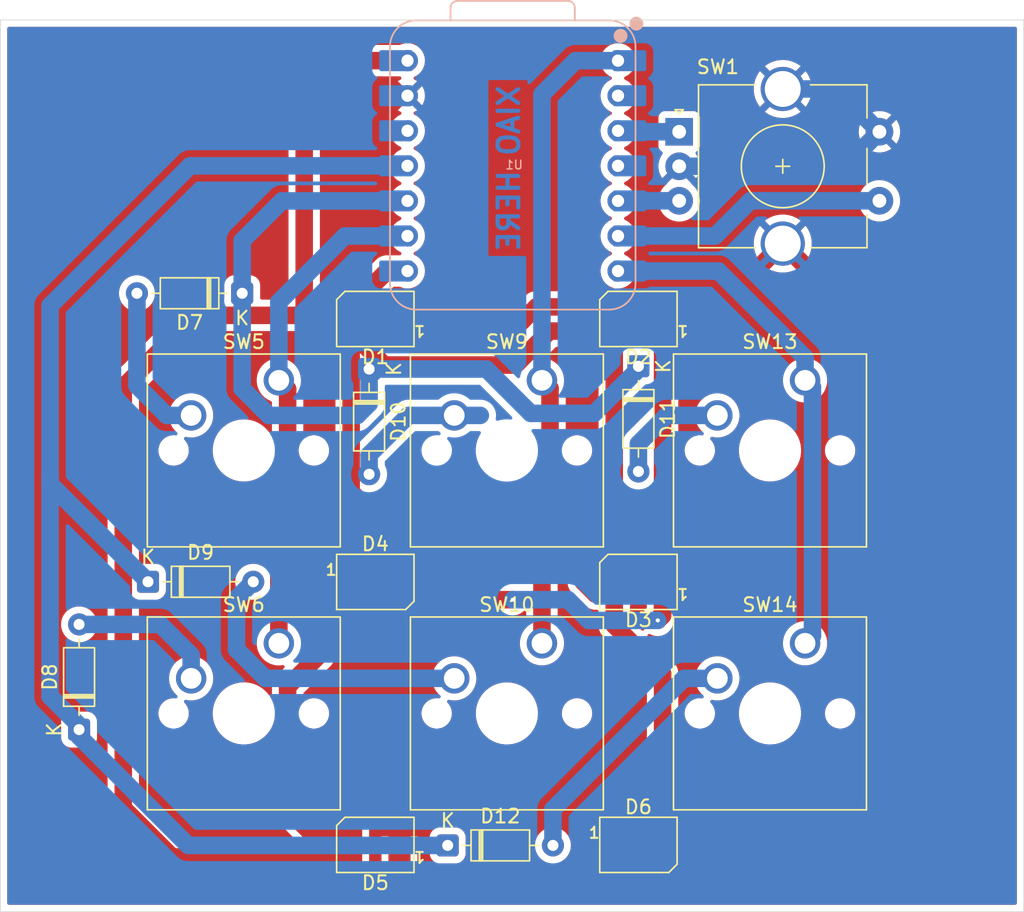
<source format=kicad_pcb>
(kicad_pcb (version 20241229) (generator "pcbnew") (generator_version "9.0")
  (layers (0 "F.Cu" signal) (2 "B.Cu" signal) (13 "F.Paste" user) (15 "B.Paste" user) (5 "F.SilkS" user "F.Silkscreen") (7 "B.SilkS" user "B.Silkscreen") (1 "F.Mask" user) (3 "B.Mask" user) (25 "Edge.Cuts" user))
  (net 0 "")
  (net 1 "+5V")
  (net 2 "GND")
  (net 3 "Net-(D1-DOUT)")
  (net 4 "Net-(D2-DOUT)")
  (net 5 "Net-(D3-DOUT)")
  (net 6 "Net-(D4-DOUT)")
  (net 7 "Net-(D5-DOUT)")
  (net 9 "Net-(U1-GPIO7{slash}SCL)")
  (net 10 "unconnected-(U1-GPIO29{slash}ADC3{slash}A3-Pad4)")
  (net 12 "A")
  (net 13 "B")
  (net 14 "LEDs")
  (net 16 "C3")
  (net 17 "F1")
  (net 18 "F2")
  (net 19 "C2")
  (net 20 "C1")
  (net 21 "Net-(D7-A)")
  (net 22 "Net-(D8-A)")
  (net 23 "Net-(D9-A)")
  (net 24 "Net-(D10-A)")
  (net 25 "Net-(D11-A)")
  (net 26 "Net-(D12-A)")
  (footprint "Diode_THT:D_DO-35_SOD27_P7.62mm_Horizontal" (layer "F.Cu") (at 161.81 41 180)
    (property "Reference" "D7" (at 3.81 -2.12 0) (layer "F.SilkS"))
    (property "Value" "1N4148")
    (fp_line (start 6.58 0) (end 5.93 0) (stroke (width 0.12)) (layer "F.SilkS"))
    (fp_line (start 2.53 -1.12) (end 2.53 1.12) (stroke (width 0.12)) (layer "F.SilkS"))
    (fp_line (start 2.41 -1.12) (end 2.41 1.12) (stroke (width 0.12)) (layer "F.SilkS"))
    (fp_line (start 2.29 -1.12) (end 2.29 1.12) (stroke (width 0.12)) (layer "F.SilkS"))
    (fp_line (start 1.04 0) (end 1.69 0) (stroke (width 0.12)) (layer "F.SilkS"))
    (fp_rect (start 1.69 -1.12) (end 5.93 1.12) (stroke (width 0.12)) (fill no) (layer "F.SilkS"))
    (fp_text user "K" (at 0 -1.8 0) (layer "F.SilkS"))
    (pad "1" thru_hole roundrect (at 0 0 180) (size 1.6 1.6) (drill 0.8) (layers "*.Cu" "*.Mask") (roundrect_rratio 0.15625) (net 17 "F1"))
    (pad "2" thru_hole circle (at 7.62 0 180) (size 1.6 1.6) (drill 0.8) (layers "*.Cu" "*.Mask") (net 21 "Net-(D7-A)"))
  )
  (footprint "Diode_THT:D_DO-35_SOD27_P7.62mm_Horizontal" (layer "F.Cu") (at 150 72.61 90)
    (property "Reference" "D8" (at 3.81 -2.12 90) (layer "F.SilkS"))
    (property "Value" "1N4148")
    (fp_line (start 2.53 -1.12) (end 2.53 1.12) (stroke (width 0.12)) (layer "F.SilkS"))
    (fp_line (start 2.41 -1.12) (end 2.41 1.12) (stroke (width 0.12)) (layer "F.SilkS"))
    (fp_line (start 2.29 -1.12) (end 2.29 1.12) (stroke (width 0.12)) (layer "F.SilkS"))
    (fp_line (start 6.58 0) (end 5.93 0) (stroke (width 0.12)) (layer "F.SilkS"))
    (fp_line (start 1.04 0) (end 1.69 0) (stroke (width 0.12)) (layer "F.SilkS"))
    (fp_rect (start 1.69 -1.12) (end 5.93 1.12) (stroke (width 0.12)) (fill no) (layer "F.SilkS"))
    (fp_text user "K" (at 0 -1.8 90) (layer "F.SilkS"))
    (pad "1" thru_hole roundrect (at 0 0 90) (size 1.6 1.6) (drill 0.8) (layers "*.Cu" "*.Mask") (roundrect_rratio 0.15625) (net 18 "F2"))
    (pad "2" thru_hole circle (at 7.62 0 90) (size 1.6 1.6) (drill 0.8) (layers "*.Cu" "*.Mask") (net 22 "Net-(D8-A)"))
  )
  (footprint "Diode_THT:D_DO-35_SOD27_P7.62mm_Horizontal" (layer "F.Cu") (at 154.99 61.9)
    (property "Reference" "D9" (at 3.81 -2.12 0) (layer "F.SilkS"))
    (property "Value" "1N4148")
    (fp_line (start 1.04 0) (end 1.69 0) (stroke (width 0.12)) (layer "F.SilkS"))
    (fp_line (start 2.29 -1.12) (end 2.29 1.12) (stroke (width 0.12)) (layer "F.SilkS"))
    (fp_line (start 2.41 -1.12) (end 2.41 1.12) (stroke (width 0.12)) (layer "F.SilkS"))
    (fp_line (start 2.53 -1.12) (end 2.53 1.12) (stroke (width 0.12)) (layer "F.SilkS"))
    (fp_line (start 6.58 0) (end 5.93 0) (stroke (width 0.12)) (layer "F.SilkS"))
    (fp_rect (start 1.69 -1.12) (end 5.93 1.12) (stroke (width 0.12)) (fill no) (layer "F.SilkS"))
    (fp_text user "K" (at 0 -1.8 0) (layer "F.SilkS"))
    (pad "1" thru_hole roundrect (at 0 0) (size 1.6 1.6) (drill 0.8) (layers "*.Cu" "*.Mask") (roundrect_rratio 0.15625) (net 18 "F2"))
    (pad "2" thru_hole circle (at 7.62 0) (size 1.6 1.6) (drill 0.8) (layers "*.Cu" "*.Mask") (net 23 "Net-(D9-A)"))
  )
  (footprint "Button_Switch_Keyboard:SW_Cherry_MX_1.00u_PCB" (layer "F.Cu") (at 164.465 47.3075)
    (property "Reference" "SW5" (at -2.54 -2.794 0) (layer "F.SilkS"))
    (property "Value" "SW_Push")
    (fp_line (start -9.525 -1.905) (end 4.445 -1.905) (stroke (width 0.12)) (layer "F.SilkS"))
    (fp_line (start -9.525 12.065) (end -9.525 -1.905) (stroke (width 0.12)) (layer "F.SilkS"))
    (fp_line (start 4.445 -1.905) (end 4.445 12.065) (stroke (width 0.12)) (layer "F.SilkS"))
    (fp_line (start 4.445 12.065) (end -9.525 12.065) (stroke (width 0.12)) (layer "F.SilkS"))
    (pad "" np_thru_hole circle (at -7.62 5.08) (size 1.7 1.7) (drill 1.7) (layers "*.Cu" "*.Mask"))
    (pad "" np_thru_hole circle (at -2.54 5.08) (size 4 4) (drill 4) (layers "*.Cu" "*.Mask"))
    (pad "" np_thru_hole circle (at 2.54 5.08) (size 1.7 1.7) (drill 1.7) (layers "*.Cu" "*.Mask"))
    (pad "1" thru_hole circle (at 0 0) (size 2.2 2.2) (drill 1.5) (layers "*.Cu" "*.Mask") (net 16 "C3"))
    (pad "2" thru_hole circle (at -6.35 2.54) (size 2.2 2.2) (drill 1.5) (layers "*.Cu" "*.Mask") (net 21 "Net-(D7-A)"))
  )
  (footprint "LED_SMD:LED_SK6812MINI_PLCC4_3.5x3.5mm_P1.75mm" (layer "F.Cu") (at 171.45 80.9625 180)
    (property "Reference" "D5" (at 0 -2.75 0) (layer "F.SilkS"))
    (property "Value" "SK6812MINI")
    (fp_line (start 2.8 1.4) (end 2.8 -2) (stroke (width 0.12)) (layer "F.SilkS"))
    (fp_line (start 2.8 1.4) (end 2.2 2) (stroke (width 0.12)) (layer "F.SilkS"))
    (fp_line (start -2.8 2) (end 2.2 2) (stroke (width 0.12)) (layer "F.SilkS"))
    (fp_line (start -2.8 -2) (end 2.8 -2) (stroke (width 0.12)) (layer "F.SilkS"))
    (fp_line (start -2.8 -2) (end -2.8 2) (stroke (width 0.12)) (layer "F.SilkS"))
    (fp_text user "1" (at -3.2 -0.875 180) (layer "F.SilkS") (effects (font (size 0.8 0.8))))
    (pad "1" smd rect (at -1.75 -0.875 180) (size 1.6 0.85) (layers "F.Cu" "F.Mask" "F.Paste") (net 7 "Net-(D5-DOUT)"))
    (pad "2" smd rect (at -1.75 0.875 180) (size 1.6 0.85) (layers "F.Cu" "F.Mask" "F.Paste") (net 2 "GND"))
    (pad "3" smd rect (at 1.75 0.875 180) (size 1.6 0.85) (layers "F.Cu" "F.Mask" "F.Paste") (net 6 "Net-(D4-DOUT)"))
    (pad "4" smd rect (at 1.75 -0.875 180) (size 1.6 0.85) (layers "F.Cu" "F.Mask" "F.Paste") (net 1 "+5V"))
  )
  (footprint "Button_Switch_Keyboard:SW_Cherry_MX_1.00u_PCB" (layer "F.Cu") (at 164.465 66.3575)
    (property "Reference" "SW6" (at -2.54 -2.794 0) (layer "F.SilkS"))
    (property "Value" "SW_Push")
    (fp_line (start -9.525 -1.905) (end 4.445 -1.905) (stroke (width 0.12)) (layer "F.SilkS"))
    (fp_line (start -9.525 12.065) (end -9.525 -1.905) (stroke (width 0.12)) (layer "F.SilkS"))
    (fp_line (start 4.445 -1.905) (end 4.445 12.065) (stroke (width 0.12)) (layer "F.SilkS"))
    (fp_line (start 4.445 12.065) (end -9.525 12.065) (stroke (width 0.12)) (layer "F.SilkS"))
    (pad "" np_thru_hole circle (at -7.62 5.08) (size 1.7 1.7) (drill 1.7) (layers "*.Cu" "*.Mask"))
    (pad "" np_thru_hole circle (at -2.54 5.08) (size 4 4) (drill 4) (layers "*.Cu" "*.Mask"))
    (pad "" np_thru_hole circle (at 2.54 5.08) (size 1.7 1.7) (drill 1.7) (layers "*.Cu" "*.Mask"))
    (pad "1" thru_hole circle (at 0 0) (size 2.2 2.2) (drill 1.5) (layers "*.Cu" "*.Mask") (net 16 "C3"))
    (pad "2" thru_hole circle (at -6.35 2.54) (size 2.2 2.2) (drill 1.5) (layers "*.Cu" "*.Mask") (net 22 "Net-(D8-A)"))
  )
  (footprint "Button_Switch_Keyboard:SW_Cherry_MX_1.00u_PCB" (layer "F.Cu") (at 202.565 66.3575)
    (property "Reference" "SW14" (at -2.54 -2.794 0) (layer "F.SilkS"))
    (property "Value" "SW_Push")
    (fp_line (start -9.525 -1.905) (end 4.445 -1.905) (stroke (width 0.12)) (layer "F.SilkS"))
    (fp_line (start -9.525 12.065) (end -9.525 -1.905) (stroke (width 0.12)) (layer "F.SilkS"))
    (fp_line (start 4.445 -1.905) (end 4.445 12.065) (stroke (width 0.12)) (layer "F.SilkS"))
    (fp_line (start 4.445 12.065) (end -9.525 12.065) (stroke (width 0.12)) (layer "F.SilkS"))
    (pad "" np_thru_hole circle (at -7.62 5.08) (size 1.7 1.7) (drill 1.7) (layers "*.Cu" "*.Mask"))
    (pad "" np_thru_hole circle (at -2.54 5.08) (size 4 4) (drill 4) (layers "*.Cu" "*.Mask"))
    (pad "" np_thru_hole circle (at 2.54 5.08) (size 1.7 1.7) (drill 1.7) (layers "*.Cu" "*.Mask"))
    (pad "1" thru_hole circle (at 0 0) (size 2.2 2.2) (drill 1.5) (layers "*.Cu" "*.Mask") (net 20 "C1"))
    (pad "2" thru_hole circle (at -6.35 2.54) (size 2.2 2.2) (drill 1.5) (layers "*.Cu" "*.Mask") (net 26 "Net-(D12-A)"))
  )
  (footprint "Button_Switch_Keyboard:SW_Cherry_MX_1.00u_PCB" (layer "F.Cu") (at 202.565 47.3075)
    (property "Reference" "SW13" (at -2.54 -2.794 0) (layer "F.SilkS"))
    (property "Value" "SW_Push")
    (fp_line (start -9.525 -1.905) (end 4.445 -1.905) (stroke (width 0.12)) (layer "F.SilkS"))
    (fp_line (start -9.525 12.065) (end -9.525 -1.905) (stroke (width 0.12)) (layer "F.SilkS"))
    (fp_line (start 4.445 -1.905) (end 4.445 12.065) (stroke (width 0.12)) (layer "F.SilkS"))
    (fp_line (start 4.445 12.065) (end -9.525 12.065) (stroke (width 0.12)) (layer "F.SilkS"))
    (pad "" np_thru_hole circle (at -7.62 5.08) (size 1.7 1.7) (drill 1.7) (layers "*.Cu" "*.Mask"))
    (pad "" np_thru_hole circle (at -2.54 5.08) (size 4 4) (drill 4) (layers "*.Cu" "*.Mask"))
    (pad "" np_thru_hole circle (at 2.54 5.08) (size 1.7 1.7) (drill 1.7) (layers "*.Cu" "*.Mask"))
    (pad "1" thru_hole circle (at 0 0) (size 2.2 2.2) (drill 1.5) (layers "*.Cu" "*.Mask") (net 20 "C1"))
    (pad "2" thru_hole circle (at -6.35 2.54) (size 2.2 2.2) (drill 1.5) (layers "*.Cu" "*.Mask") (net 25 "Net-(D11-A)"))
  )
  (footprint "Diode_THT:D_DO-35_SOD27_P7.62mm_Horizontal" (layer "F.Cu") (at 171 46.49 -90)
    (property "Reference" "D10" (at 3.81 -2.12 90) (layer "F.SilkS"))
    (property "Value" "1N4148")
    (fp_line (start 1.04 0) (end 1.69 0) (stroke (width 0.12)) (layer "F.SilkS"))
    (fp_line (start 6.58 0) (end 5.93 0) (stroke (width 0.12)) (layer "F.SilkS"))
    (fp_line (start 2.29 -1.12) (end 2.29 1.12) (stroke (width 0.12)) (layer "F.SilkS"))
    (fp_line (start 2.41 -1.12) (end 2.41 1.12) (stroke (width 0.12)) (layer "F.SilkS"))
    (fp_line (start 2.53 -1.12) (end 2.53 1.12) (stroke (width 0.12)) (layer "F.SilkS"))
    (fp_rect (start 1.69 -1.12) (end 5.93 1.12) (stroke (width 0.12)) (fill no) (layer "F.SilkS"))
    (fp_text user "K" (at 0 -1.8 90) (layer "F.SilkS"))
    (pad "1" thru_hole roundrect (at 0 0 270) (size 1.6 1.6) (drill 0.8) (layers "*.Cu" "*.Mask") (roundrect_rratio 0.15625) (net 17 "F1"))
    (pad "2" thru_hole circle (at 7.62 0 270) (size 1.6 1.6) (drill 0.8) (layers "*.Cu" "*.Mask") (net 24 "Net-(D10-A)"))
  )
  (footprint "Diode_THT:D_DO-35_SOD27_P7.62mm_Horizontal" (layer "F.Cu") (at 190.5 46.29 -90)
    (property "Reference" "D11" (at 3.81 -2.12 90) (layer "F.SilkS"))
    (property "Value" "1N4148")
    (fp_line (start 1.04 0) (end 1.69 0) (stroke (width 0.12)) (layer "F.SilkS"))
    (fp_line (start 6.58 0) (end 5.93 0) (stroke (width 0.12)) (layer "F.SilkS"))
    (fp_line (start 2.29 -1.12) (end 2.29 1.12) (stroke (width 0.12)) (layer "F.SilkS"))
    (fp_line (start 2.41 -1.12) (end 2.41 1.12) (stroke (width 0.12)) (layer "F.SilkS"))
    (fp_line (start 2.53 -1.12) (end 2.53 1.12) (stroke (width 0.12)) (layer "F.SilkS"))
    (fp_rect (start 1.69 -1.12) (end 5.93 1.12) (stroke (width 0.12)) (fill no) (layer "F.SilkS"))
    (fp_text user "K" (at 0 -1.8 90) (layer "F.SilkS"))
    (pad "1" thru_hole roundrect (at 0 0 270) (size 1.6 1.6) (drill 0.8) (layers "*.Cu" "*.Mask") (roundrect_rratio 0.15625) (net 17 "F1"))
    (pad "2" thru_hole circle (at 7.62 0 270) (size 1.6 1.6) (drill 0.8) (layers "*.Cu" "*.Mask") (net 25 "Net-(D11-A)"))
  )
  (footprint "Diode_THT:D_DO-35_SOD27_P7.62mm_Horizontal" (layer "F.Cu") (at 176.69 81)
    (property "Reference" "D12" (at 3.81 -2.12 0) (layer "F.SilkS"))
    (property "Value" "1N4148")
    (fp_line (start 1.04 0) (end 1.69 0) (stroke (width 0.12)) (layer "F.SilkS"))
    (fp_line (start 2.29 -1.12) (end 2.29 1.12) (stroke (width 0.12)) (layer "F.SilkS"))
    (fp_line (start 2.41 -1.12) (end 2.41 1.12) (stroke (width 0.12)) (layer "F.SilkS"))
    (fp_line (start 2.53 -1.12) (end 2.53 1.12) (stroke (width 0.12)) (layer "F.SilkS"))
    (fp_line (start 6.58 0) (end 5.93 0) (stroke (width 0.12)) (layer "F.SilkS"))
    (fp_rect (start 1.69 -1.12) (end 5.93 1.12) (stroke (width 0.12)) (fill no) (layer "F.SilkS"))
    (fp_text user "K" (at 0 -1.8 0) (layer "F.SilkS"))
    (pad "1" thru_hole roundrect (at 0 0) (size 1.6 1.6) (drill 0.8) (layers "*.Cu" "*.Mask") (roundrect_rratio 0.15625) (net 18 "F2"))
    (pad "2" thru_hole circle (at 7.62 0) (size 1.6 1.6) (drill 0.8) (layers "*.Cu" "*.Mask") (net 26 "Net-(D12-A)"))
  )
  (footprint "LED_SMD:LED_SK6812MINI_PLCC4_3.5x3.5mm_P1.75mm" (layer "F.Cu") (at 190.5 42.8625 180)
    (property "Reference" "D2" (at 0 -2.75 0) (layer "F.SilkS"))
    (property "Value" "SK6812MINI")
    (fp_line (start 2.8 1.4) (end 2.8 -2) (stroke (width 0.12)) (layer "F.SilkS"))
    (fp_line (start 2.8 1.4) (end 2.2 2) (stroke (width 0.12)) (layer "F.SilkS"))
    (fp_line (start -2.8 2) (end 2.2 2) (stroke (width 0.12)) (layer "F.SilkS"))
    (fp_line (start -2.8 -2) (end 2.8 -2) (stroke (width 0.12)) (layer "F.SilkS"))
    (fp_line (start -2.8 -2) (end -2.8 2) (stroke (width 0.12)) (layer "F.SilkS"))
    (fp_text user "1" (at -3.2 -0.875 180) (layer "F.SilkS") (effects (font (size 0.8 0.8))))
    (pad "1" smd rect (at -1.75 -0.875 180) (size 1.6 0.85) (layers "F.Cu" "F.Mask" "F.Paste") (net 4 "Net-(D2-DOUT)"))
    (pad "2" smd rect (at -1.75 0.875 180) (size 1.6 0.85) (layers "F.Cu" "F.Mask" "F.Paste") (net 2 "GND"))
    (pad "3" smd rect (at 1.75 0.875 180) (size 1.6 0.85) (layers "F.Cu" "F.Mask" "F.Paste") (net 3 "Net-(D1-DOUT)"))
    (pad "4" smd rect (at 1.75 -0.875 180) (size 1.6 0.85) (layers "F.Cu" "F.Mask" "F.Paste") (net 1 "+5V"))
  )
  (footprint "LED_SMD:LED_SK6812MINI_PLCC4_3.5x3.5mm_P1.75mm" (layer "F.Cu") (at 171.45 61.9125)
    (property "Reference" "D4" (at 0 -2.75 0) (layer "F.SilkS"))
    (property "Value" "SK6812MINI")
    (fp_line (start -2.8 -2) (end -2.8 2) (stroke (width 0.12)) (layer "F.SilkS"))
    (fp_line (start -2.8 -2) (end 2.8 -2) (stroke (width 0.12)) (layer "F.SilkS"))
    (fp_line (start -2.8 2) (end 2.2 2) (stroke (width 0.12)) (layer "F.SilkS"))
    (fp_line (start 2.8 1.4) (end 2.2 2) (stroke (width 0.12)) (layer "F.SilkS"))
    (fp_line (start 2.8 1.4) (end 2.8 -2) (stroke (width 0.12)) (layer "F.SilkS"))
    (fp_text user "1" (at -3.2 -0.875 0) (layer "F.SilkS") (effects (font (size 0.8 0.8))))
    (pad "1" smd rect (at -1.75 -0.875) (size 1.6 0.85) (layers "F.Cu" "F.Mask" "F.Paste") (net 6 "Net-(D4-DOUT)"))
    (pad "2" smd rect (at -1.75 0.875) (size 1.6 0.85) (layers "F.Cu" "F.Mask" "F.Paste") (net 2 "GND"))
    (pad "3" smd rect (at 1.75 0.875) (size 1.6 0.85) (layers "F.Cu" "F.Mask" "F.Paste") (net 5 "Net-(D3-DOUT)"))
    (pad "4" smd rect (at 1.75 -0.875) (size 1.6 0.85) (layers "F.Cu" "F.Mask" "F.Paste") (net 1 "+5V"))
  )
  (footprint "Rotary_Encoder:RotaryEncoder_Alps_EC11E-Switch_Vertical_H20mm_CircularMountingHoles" (layer "F.Cu") (at 193.45 29.3)
    (property "Reference" "SW1" (at 2.8 -4.7 0) (layer "F.SilkS"))
    (property "Value" "RotaryEncoder_Switch_MP")
    (fp_line (start -0.3 -1.6) (end 0.3 -1.6) (stroke (width 0.12)) (layer "F.SilkS"))
    (fp_line (start 0 -1.3) (end -0.3 -1.6) (stroke (width 0.12)) (layer "F.SilkS"))
    (fp_line (start 0.3 -1.6) (end 0 -1.3) (stroke (width 0.12)) (layer "F.SilkS"))
    (fp_line (start 1.4 -3.4) (end 1.4 8.4) (stroke (width 0.12)) (layer "F.SilkS"))
    (fp_line (start 5.5 -3.4) (end 1.4 -3.4) (stroke (width 0.12)) (layer "F.SilkS"))
    (fp_line (start 5.5 8.4) (end 1.4 8.4) (stroke (width 0.12)) (layer "F.SilkS"))
    (fp_line (start 7 2.5) (end 8 2.5) (stroke (width 0.12)) (layer "F.SilkS"))
    (fp_line (start 7.5 2) (end 7.5 3) (stroke (width 0.12)) (layer "F.SilkS"))
    (fp_line (start 9.5 -3.4) (end 13.6 -3.4) (stroke (width 0.12)) (layer "F.SilkS"))
    (fp_line (start 13.6 -3.4) (end 13.6 -1) (stroke (width 0.12)) (layer "F.SilkS"))
    (fp_line (start 13.6 1.2) (end 13.6 3.8) (stroke (width 0.12)) (layer "F.SilkS"))
    (fp_line (start 13.6 6) (end 13.6 8.4) (stroke (width 0.12)) (layer "F.SilkS"))
    (fp_line (start 13.6 8.4) (end 9.5 8.4) (stroke (width 0.12)) (layer "F.SilkS"))
    (fp_circle (center 7.5 2.5) (end 10.5 2.5) (stroke (width 0.12)) (fill no) (layer "F.SilkS"))
    (pad "A" thru_hole rect (at 0 0) (size 2 2) (drill 1) (layers "*.Cu" "*.Mask") (net 12 "A"))
    (pad "B" thru_hole circle (at 0 5) (size 2 2) (drill 1) (layers "*.Cu" "*.Mask") (net 13 "B"))
    (pad "C" thru_hole circle (at 0 2.5) (size 2 2) (drill 1) (layers "*.Cu" "*.Mask") (net 2 "GND"))
    (pad "MP" thru_hole circle (at 7.5 -3.1) (size 3.2 3.2) (drill 2.6) (layers "*.Cu" "*.Mask") (net 2 "GND"))
    (pad "MP" thru_hole circle (at 7.5 8.1) (size 3.2 3.2) (drill 2.6) (layers "*.Cu" "*.Mask") (net 2 "GND"))
    (pad "S1" thru_hole circle (at 14.5 5) (size 2 2) (drill 1) (layers "*.Cu" "*.Mask") (net 9 "Net-(U1-GPIO7{slash}SCL)"))
    (pad "S2" thru_hole circle (at 14.5 0) (size 2 2) (drill 1) (layers "*.Cu" "*.Mask") (net 2 "GND"))
  )
  (footprint "Button_Switch_Keyboard:SW_Cherry_MX_1.00u_PCB" (layer "F.Cu") (at 183.515 66.3575)
    (property "Reference" "SW10" (at -2.54 -2.794 0) (layer "F.SilkS"))
    (property "Value" "SW_Push")
    (fp_line (start -9.525 -1.905) (end 4.445 -1.905) (stroke (width 0.12)) (layer "F.SilkS"))
    (fp_line (start -9.525 12.065) (end -9.525 -1.905) (stroke (width 0.12)) (layer "F.SilkS"))
    (fp_line (start 4.445 -1.905) (end 4.445 12.065) (stroke (width 0.12)) (layer "F.SilkS"))
    (fp_line (start 4.445 12.065) (end -9.525 12.065) (stroke (width 0.12)) (layer "F.SilkS"))
    (pad "" np_thru_hole circle (at -7.62 5.08) (size 1.7 1.7) (drill 1.7) (layers "*.Cu" "*.Mask"))
    (pad "" np_thru_hole circle (at -2.54 5.08) (size 4 4) (drill 4) (layers "*.Cu" "*.Mask"))
    (pad "" np_thru_hole circle (at 2.54 5.08) (size 1.7 1.7) (drill 1.7) (layers "*.Cu" "*.Mask"))
    (pad "1" thru_hole circle (at 0 0) (size 2.2 2.2) (drill 1.5) (layers "*.Cu" "*.Mask") (net 19 "C2"))
    (pad "2" thru_hole circle (at -6.35 2.54) (size 2.2 2.2) (drill 1.5) (layers "*.Cu" "*.Mask") (net 23 "Net-(D9-A)"))
  )
  (footprint "LED_SMD:LED_SK6812MINI_PLCC4_3.5x3.5mm_P1.75mm" (layer "F.Cu") (at 171.45 42.8625 180)
    (property "Reference" "D1" (at 0 -2.75 0) (layer "F.SilkS"))
    (property "Value" "SK6812MINI")
    (fp_line (start 2.8 1.4) (end 2.8 -2) (stroke (width 0.12)) (layer "F.SilkS"))
    (fp_line (start 2.8 1.4) (end 2.2 2) (stroke (width 0.12)) (layer "F.SilkS"))
    (fp_line (start -2.8 2) (end 2.2 2) (stroke (width 0.12)) (layer "F.SilkS"))
    (fp_line (start -2.8 -2) (end 2.8 -2) (stroke (width 0.12)) (layer "F.SilkS"))
    (fp_line (start -2.8 -2) (end -2.8 2) (stroke (width 0.12)) (layer "F.SilkS"))
    (fp_text user "1" (at -3.2 -0.875 180) (layer "F.SilkS") (effects (font (size 0.8 0.8))))
    (pad "1" smd rect (at -1.75 -0.875 180) (size 1.6 0.85) (layers "F.Cu" "F.Mask" "F.Paste") (net 3 "Net-(D1-DOUT)"))
    (pad "2" smd rect (at -1.75 0.875 180) (size 1.6 0.85) (layers "F.Cu" "F.Mask" "F.Paste") (net 2 "GND"))
    (pad "3" smd rect (at 1.75 0.875 180) (size 1.6 0.85) (layers "F.Cu" "F.Mask" "F.Paste") (net 14 "LEDs"))
    (pad "4" smd rect (at 1.75 -0.875 180) (size 1.6 0.85) (layers "F.Cu" "F.Mask" "F.Paste") (net 1 "+5V"))
  )
  (footprint "Button_Switch_Keyboard:SW_Cherry_MX_1.00u_PCB" (layer "F.Cu") (at 183.515 47.3075)
    (property "Reference" "SW9" (at -2.54 -2.794 0) (layer "F.SilkS"))
    (property "Value" "SW_Push")
    (fp_line (start -9.525 -1.905) (end 4.445 -1.905) (stroke (width 0.12)) (layer "F.SilkS"))
    (fp_line (start -9.525 12.065) (end -9.525 -1.905) (stroke (width 0.12)) (layer "F.SilkS"))
    (fp_line (start 4.445 -1.905) (end 4.445 12.065) (stroke (width 0.12)) (layer "F.SilkS"))
    (fp_line (start 4.445 12.065) (end -9.525 12.065) (stroke (width 0.12)) (layer "F.SilkS"))
    (pad "" np_thru_hole circle (at -7.62 5.08) (size 1.7 1.7) (drill 1.7) (layers "*.Cu" "*.Mask"))
    (pad "" np_thru_hole circle (at -2.54 5.08) (size 4 4) (drill 4) (layers "*.Cu" "*.Mask"))
    (pad "" np_thru_hole circle (at 2.54 5.08) (size 1.7 1.7) (drill 1.7) (layers "*.Cu" "*.Mask"))
    (pad "1" thru_hole circle (at 0 0) (size 2.2 2.2) (drill 1.5) (layers "*.Cu" "*.Mask") (net 19 "C2"))
    (pad "2" thru_hole circle (at -6.35 2.54) (size 2.2 2.2) (drill 1.5) (layers "*.Cu" "*.Mask") (net 24 "Net-(D10-A)"))
  )
  (footprint "LED_SMD:LED_SK6812MINI_PLCC4_3.5x3.5mm_P1.75mm" (layer "F.Cu") (at 190.5 80.9625)
    (property "Reference" "D6" (at 0 -2.75 0) (layer "F.SilkS"))
    (property "Value" "SK6812MINI")
    (fp_line (start -2.8 -2) (end -2.8 2) (stroke (width 0.12)) (layer "F.SilkS"))
    (fp_line (start -2.8 -2) (end 2.8 -2) (stroke (width 0.12)) (layer "F.SilkS"))
    (fp_line (start -2.8 2) (end 2.2 2) (stroke (width 0.12)) (layer "F.SilkS"))
    (fp_line (start 2.8 1.4) (end 2.2 2) (stroke (width 0.12)) (layer "F.SilkS"))
    (fp_line (start 2.8 1.4) (end 2.8 -2) (stroke (width 0.12)) (layer "F.SilkS"))
    (fp_text user "1" (at -3.2 -0.875 0) (layer "F.SilkS") (effects (font (size 0.8 0.8))))
    (pad "1" smd rect (at -1.75 -0.875) (size 1.6 0.85) (layers "F.Cu" "F.Mask" "F.Paste"))
    (pad "2" smd rect (at -1.75 0.875) (size 1.6 0.85) (layers "F.Cu" "F.Mask" "F.Paste") (net 2 "GND"))
    (pad "3" smd rect (at 1.75 0.875) (size 1.6 0.85) (layers "F.Cu" "F.Mask" "F.Paste") (net 7 "Net-(D5-DOUT)"))
    (pad "4" smd rect (at 1.75 -0.875) (size 1.6 0.85) (layers "F.Cu" "F.Mask" "F.Paste") (net 1 "+5V"))
  )
  (footprint "LED_SMD:LED_SK6812MINI_PLCC4_3.5x3.5mm_P1.75mm" (layer "F.Cu") (at 190.5 61.9125 180)
    (property "Reference" "D3" (at 0 -2.75 0) (layer "F.SilkS"))
    (property "Value" "SK6812MINI")
    (fp_line (start 2.8 1.4) (end 2.8 -2) (stroke (width 0.12)) (layer "F.SilkS"))
    (fp_line (start 2.8 1.4) (end 2.2 2) (stroke (width 0.12)) (layer "F.SilkS"))
    (fp_line (start -2.8 2) (end 2.2 2) (stroke (width 0.12)) (layer "F.SilkS"))
    (fp_line (start -2.8 -2) (end 2.8 -2) (stroke (width 0.12)) (layer "F.SilkS"))
    (fp_line (start -2.8 -2) (end -2.8 2) (stroke (width 0.12)) (layer "F.SilkS"))
    (fp_text user "1" (at -3.2 -0.875 180) (layer "F.SilkS") (effects (font (size 0.8 0.8))))
    (pad "1" smd rect (at -1.75 -0.875 180) (size 1.6 0.85) (layers "F.Cu" "F.Mask" "F.Paste") (net 5 "Net-(D3-DOUT)"))
    (pad "2" smd rect (at -1.75 0.875 180) (size 1.6 0.85) (layers "F.Cu" "F.Mask" "F.Paste") (net 2 "GND"))
    (pad "3" smd rect (at 1.75 0.875 180) (size 1.6 0.85) (layers "F.Cu" "F.Mask" "F.Paste") (net 4 "Net-(D2-DOUT)"))
    (pad "4" smd rect (at 1.75 -0.875 180) (size 1.6 0.85) (layers "F.Cu" "F.Mask" "F.Paste") (net 1 "+5V"))
  )
  (footprint "OPL:XIAO-RP2040-DIP" (layer "B.Cu") (at 181.4 31.7685 180)
    (property "Reference" "U1" (at -0.1 0.0685 0) (layer "B.SilkS") (effects (font (size 0.635 0.635) (thickness 0.1016)) (justify mirror)))
    (property "Value" "XIAO-RP2040-DIP")
    (fp_line (start 8.89 -8.509) (end 8.89 8.636) (stroke (width 0.127)) (layer "B.SilkS"))
    (fp_line (start 6.985 10.541) (end -6.985 10.541) (stroke (width 0.1)) (layer "B.SilkS"))
    (fp_line (start 6.985 10.541) (end -6.985 10.541) (stroke (width 0.127)) (layer "B.SilkS"))
    (fp_line (start 4.504 11.451) (end 4.504 10.541) (stroke (width 0.127)) (layer "B.SilkS"))
    (fp_line (start -3.991272 11.951) (end 4.004 11.951) (stroke (width 0.127)) (layer "B.SilkS"))
    (fp_line (start -4.495 10.541) (end -4.491272 11.451272) (stroke (width 0.127)) (layer "B.SilkS"))
    (fp_line (start -6.985 -10.414) (end 6.985 -10.414) (stroke (width 0.127)) (layer "B.SilkS"))
    (fp_line (start -8.89 -8.509) (end -8.89 8.636) (stroke (width 0.127)) (layer "B.SilkS"))
    (fp_arc (start 8.89 8.636) (mid 8.332038 9.983038) (end 6.985 10.541) (stroke (width 0.127)) (layer "B.SilkS"))
    (fp_arc (start 6.985 -10.414) (mid 8.332038 -9.856038) (end 8.89 -8.509) (stroke (width 0.127)) (layer "B.SilkS"))
    (fp_arc (start 4.504 11.451) (mid 4.357553 11.804553) (end 4.004 11.951) (stroke (width 0.127)) (layer "B.SilkS"))
    (fp_arc (start -3.991272 11.951) (mid -4.344724 11.804644) (end -4.491272 11.451272) (stroke (width 0.127)) (layer "B.SilkS"))
    (fp_arc (start -6.985 10.541) (mid -8.332038 9.983038) (end -8.89 8.636) (stroke (width 0.127)) (layer "B.SilkS"))
    (fp_arc (start -8.89 -8.509) (mid -8.332038 -9.856038) (end -6.985 -10.414) (stroke (width 0.127)) (layer "B.SilkS"))
    (fp_circle (center -7.807 9.42) (end -7.807 9.674) (stroke (width 0.5)) (fill yes) (layer "B.SilkS"))
    (fp_circle (center -8.95 10.3) (end -8.95 10.554) (stroke (width 0.5)) (fill yes) (layer "B.SilkS"))
    (pad "1" smd roundrect (at -8.455 7.62) (size 2.432 1.524) (layers "B.Cu" "B.Mask") (roundrect_rratio 0.1) (net 19 "C2"))
    (pad "1" thru_hole circle (at -7.62 7.62) (size 1.524 1.524) (drill 0.889) (layers "*.Cu" "*.Mask") (net 19 "C2"))
    (pad "2" smd roundrect (at -8.455 5.08) (size 2.432 1.524) (layers "B.Cu" "B.Mask") (roundrect_rratio 0.1))
    (pad "2" thru_hole circle (at -7.62 5.08) (size 1.524 1.524) (drill 0.889) (layers "*.Cu" "*.Mask"))
    (pad "3" smd roundrect (at -8.455 2.54) (size 2.432 1.524) (layers "B.Cu" "B.Mask") (roundrect_rratio 0.1) (net 12 "A"))
    (pad "3" thru_hole circle (at -7.62 2.54) (size 1.524 1.524) (drill 0.889) (layers "*.Cu" "*.Mask") (net 12 "A"))
    (pad "4" smd roundrect (at -8.455 0) (size 2.432 1.524) (layers "B.Cu" "B.Mask") (roundrect_rratio 0.1) (net 10 "unconnected-(U1-GPIO29{slash}ADC3{slash}A3-Pad4)"))
    (pad "4" thru_hole circle (at -7.62 0) (size 1.524 1.524) (drill 0.889) (layers "*.Cu" "*.Mask") (net 10 "unconnected-(U1-GPIO29{slash}ADC3{slash}A3-Pad4)"))
    (pad "5" smd roundrect (at -8.455 -2.54) (size 2.432 1.524) (layers "B.Cu" "B.Mask") (roundrect_rratio 0.1) (net 13 "B"))
    (pad "5" thru_hole circle (at -7.62 -2.54) (size 1.524 1.524) (drill 0.889) (layers "*.Cu" "*.Mask") (net 13 "B"))
    (pad "6" smd roundrect (at -8.455 -5.08) (size 2.432 1.524) (layers "B.Cu" "B.Mask") (roundrect_rratio 0.1) (net 9 "Net-(U1-GPIO7{slash}SCL)"))
    (pad "6" thru_hole circle (at -7.62 -5.08) (size 1.524 1.524) (drill 0.889) (layers "*.Cu" "*.Mask") (net 9 "Net-(U1-GPIO7{slash}SCL)"))
    (pad "7" smd roundrect (at -8.455 -7.62) (size 2.432 1.524) (layers "B.Cu" "B.Mask") (roundrect_rratio 0.1) (net 20 "C1"))
    (pad "7" thru_hole circle (at -7.62 -7.62) (size 1.524 1.524) (drill 0.889) (layers "*.Cu" "*.Mask") (net 20 "C1"))
    (pad "8" thru_hole circle (at 7.62 -7.62 180) (size 1.524 1.524) (drill 0.889) (layers "*.Cu" "*.Mask") (net 14 "LEDs"))
    (pad "8" smd roundrect (at 8.455 -7.62 180) (size 2.432 1.524) (layers "B.Cu" "B.Mask") (roundrect_rratio 0.1) (net 14 "LEDs"))
    (pad "9" thru_hole circle (at 7.62 -5.08 180) (size 1.524 1.524) (drill 0.889) (layers "*.Cu" "*.Mask") (net 16 "C3"))
    (pad "9" smd roundrect (at 8.455 -5.08 180) (size 2.432 1.524) (layers "B.Cu" "B.Mask") (roundrect_rratio 0.1) (net 16 "C3"))
    (pad "10" thru_hole circle (at 7.62 -2.54 180) (size 1.524 1.524) (drill 0.889) (layers "*.Cu" "*.Mask") (net 17 "F1"))
    (pad "10" smd roundrect (at 8.455 -2.54 180) (size 2.432 1.524) (layers "B.Cu" "B.Mask") (roundrect_rratio 0.1) (net 17 "F1"))
    (pad "11" thru_hole circle (at 7.62 0 180) (size 1.524 1.524) (drill 0.889) (layers "*.Cu" "*.Mask") (net 18 "F2"))
    (pad "11" smd roundrect (at 8.455 0 180) (size 2.432 1.524) (layers "B.Cu" "B.Mask") (roundrect_rratio 0.1) (net 18 "F2"))
    (pad "12" thru_hole circle (at 7.62 2.54 180) (size 1.524 1.524) (drill 0.889) (layers "*.Cu" "*.Mask"))
    (pad "12" smd roundrect (at 8.455 2.54 180) (size 2.432 1.524) (layers "B.Cu" "B.Mask") (roundrect_rratio 0.1))
    (pad "13" thru_hole circle (at 7.62 5.08 180) (size 1.524 1.524) (drill 0.889) (layers "*.Cu" "*.Mask") (net 2 "GND"))
    (pad "13" smd roundrect (at 8.455 5.08 180) (size 2.432 1.524) (layers "B.Cu" "B.Mask") (roundrect_rratio 0.1) (net 2 "GND"))
    (pad "14" thru_hole circle (at 7.62 7.62 180) (size 1.524 1.524) (drill 0.889) (layers "*.Cu" "*.Mask") (net 1 "+5V"))
    (pad "14" smd roundrect (at 8.455 7.62 180) (size 2.432 1.524) (layers "B.Cu" "B.Mask") (roundrect_rratio 0.1) (net 1 "+5V"))
  )
  (gr_rect (start 144.3 21.2) (end 218.4 85.8) (stroke (width 0.05)) (fill no) (layer "Edge.Cuts"))
  (gr_text "Barda Robotics®" (at 197.1 84 0) (layer "F.Cu") (effects (font (size 1.5 1.5) (thickness 0.3) (bold yes)) (justify left bottom)))
  (gr_text "XIAO HERE" (at 182 25.8 90) (layer "B.Cu") (effects (font (size 1.5 1.5) (thickness 0.3) (bold yes)) (justify left bottom mirror)))
  (segment (start 188.75 43.7375) (end 188.75 56.55) (width 1.27) (layer "F.Cu") (net 1))
  (segment (start 181.6 46.2) (end 172.1 46.2) (width 1.27) (layer "F.Cu") (net 1))
  (segment (start 188.75 56.55) (end 186.5 58.8) (width 1.27) (layer "F.Cu") (net 1))
  (segment (start 156.7375 81.8375) (end 153.2 78.3) (width 1.27) (layer "F.Cu") (net 1))
  (segment (start 167.4375 43.7375) (end 169.7 43.7375) (width 1.27) (layer "F.Cu") (net 1))
  (segment (start 153.2 47.8) (end 158.4 42.6) (width 1.27) (layer "F.Cu") (net 1))
  (segment (start 169.7 81.8375) (end 156.7375 81.8375) (width 1.27) (layer "F.Cu") (net 1))
  (segment (start 173.78 24.1485) (end 167.8515 24.1485) (width 1.27) (layer "F.Cu") (net 1))
  (segment (start 184.0625 43.7375) (end 181.6 46.2) (width 1.27) (layer "F.Cu") (net 1))
  (segment (start 169.7 43.8) (end 169.7 43.7375) (width 1.27) (layer "F.Cu") (net 1))
  (segment (start 192.25 68.55) (end 192.25 80.0875) (width 1.27) (layer "F.Cu") (net 1))
  (segment (start 166.3 25.7) (end 166.3 42.6) (width 1.27) (layer "F.Cu") (net 1))
  (segment (start 172.1 46.2) (end 169.7 43.8) (width 1.27) (layer "F.Cu") (net 1))
  (segment (start 166.3 42.6) (end 167.4375 43.7375) (width 1.27) (layer "F.Cu") (net 1))
  (segment (start 153.2 78.3) (end 153.2 47.8) (width 1.27) (layer "F.Cu") (net 1))
  (segment (start 158.4 42.6) (end 166.3 42.6) (width 1.27) (layer "F.Cu") (net 1))
  (segment (start 169.7 55.4) (end 169.7 43.7375) (width 1.27) (layer "F.Cu") (net 1))
  (segment (start 188.75 43.7375) (end 184.0625 43.7375) (width 1.27) (layer "F.Cu") (net 1))
  (segment (start 186.5 61.9) (end 187.3875 62.7875) (width 1.27) (layer "F.Cu") (net 1))
  (segment (start 173.2 58.9) (end 169.7 55.4) (width 1.27) (layer "F.Cu") (net 1))
  (segment (start 188.75 62.7875) (end 188.75 65.05) (width 1.27) (layer "F.Cu") (net 1))
  (segment (start 173.2 61.0375) (end 173.2 58.9) (width 1.27) (layer "F.Cu") (net 1))
  (segment (start 188.75 65.05) (end 192.25 68.55) (width 1.27) (layer "F.Cu") (net 1))
  (segment (start 187.3875 62.7875) (end 188.75 62.7875) (width 1.27) (layer "F.Cu") (net 1))
  (segment (start 167.8515 24.1485) (end 166.3 25.7) (width 1.27) (layer "F.Cu") (net 1))
  (segment (start 186.5 58.8) (end 186.5 61.9) (width 1.27) (layer "F.Cu") (net 1))
  (segment (start 192.25 41.9875) (end 196.3625 41.9875) (width 1.27) (layer "F.Cu") (net 2))
  (segment (start 204.2625 61.0375) (end 210.4 54.9) (width 1.27) (layer "F.Cu") (net 2))
  (segment (start 210.4 54.9) (end 210.4 46.85) (width 1.27) (layer "F.Cu") (net 2))
  (segment (start 196.3625 41.9875) (end 200.95 37.4) (width 1.27) (layer "F.Cu") (net 2))
  (segment (start 210.4 46.85) (end 200.95 37.4) (width 1.27) (layer "F.Cu") (net 2))
  (segment (start 192.25 61.0375) (end 204.2625 61.0375) (width 1.27) (layer "F.Cu") (net 2))
  (segment (start 205.45 31.8) (end 207.95 29.3) (width 1.27) (layer "B.Cu") (net 2))
  (segment (start 204.85 26.2) (end 207.95 29.3) (width 1.27) (layer "B.Cu") (net 2))
  (segment (start 193.45 31.8) (end 205.45 31.8) (width 1.27) (layer "B.Cu") (net 2))
  (segment (start 200.95 26.2) (end 204.85 26.2) (width 1.27) (layer "B.Cu") (net 2))
  (segment (start 181.3625 43.7375) (end 173.2 43.7375) (width 1.27) (layer "F.Cu") (net 3))
  (segment (start 188.75 41.9875) (end 183.1125 41.9875) (width 1.27) (layer "F.Cu") (net 3))
  (segment (start 183.1125 41.9875) (end 181.3625 43.7375) (width 1.27) (layer "F.Cu") (net 3))
  (segment (start 192.25 43.7375) (end 192.25 56.15) (width 1.27) (layer "F.Cu") (net 4))
  (segment (start 192.25 56.15) (end 188.75 59.65) (width 1.27) (layer "F.Cu") (net 4))
  (segment (start 188.75 59.65) (end 188.75 61.0375) (width 1.27) (layer "F.Cu") (net 4))
  (segment (start 192.25 62.7875) (end 192.25 64.25) (width 1.27) (layer "F.Cu") (net 5))
  (segment (start 181.4 63.2) (end 173.6125 63.2) (width 1.27) (layer "F.Cu") (net 5))
  (segment (start 191.9 64.6) (end 191.9 64.7) (width 1.27) (layer "F.Cu") (net 5))
  (segment (start 192.25 64.35) (end 192.25 62.7875) (width 1.27) (layer "F.Cu") (net 5))
  (segment (start 191.9 64.7) (end 192.25 64.35) (width 1.27) (layer "F.Cu") (net 5))
  (segment (start 173.6125 63.2) (end 173.2 62.7875) (width 1.27) (layer "F.Cu") (net 5))
  (segment (start 192.25 64.25) (end 191.9 64.6) (width 1.27) (layer "F.Cu") (net 5))
  (via (at 181.4 63.2) (size 0.6) (drill 0.3) (layers "F.Cu" "B.Cu") (net 5))
  (via (at 191.9 64.7) (size 0.6) (drill 0.3) (layers "F.Cu" "B.Cu") (net 5))
  (segment (start 186.9 64.7) (end 185.4 63.2) (width 1.27) (layer "B.Cu") (net 5))
  (segment (start 191.9 64.7) (end 186.9 64.7) (width 1.27) (layer "B.Cu") (net 5))
  (segment (start 181.4 63.2) (end 185.4 63.2) (width 1.27) (layer "B.Cu") (net 5))
  (segment (start 167.4 61.8075) (end 167.4 67.2) (width 1.27) (layer "F.Cu") (net 6))
  (segment (start 166.8 80.1) (end 166.8125 80.0875) (width 1.27) (layer "F.Cu") (net 6))
  (segment (start 169.7 61.0375) (end 168.17 61.0375) (width 1.27) (layer "F.Cu") (net 6))
  (segment (start 167.4 67.2) (end 165.1 69.5) (width 1.27) (layer "F.Cu") (net 6))
  (segment (start 166.8125 80.0875) (end 169.7 80.0875) (width 1.27) (layer "F.Cu") (net 6))
  (segment (start 168.17 61.0375) (end 167.4 61.8075) (width 1.27) (layer "F.Cu") (net 6))
  (segment (start 165.1 78.4) (end 166.8 80.1) (width 1.27) (layer "F.Cu") (net 6))
  (segment (start 165.1 69.5) (end 165.1 78.4) (width 1.27) (layer "F.Cu") (net 6))
  (segment (start 192.25 82.95) (end 191.7 83.5) (width 1.27) (layer "F.Cu") (net 7))
  (segment (start 191.7 83.5) (end 173.7 83.5) (width 1.27) (layer "F.Cu") (net 7))
  (segment (start 192.25 81.8375) (end 192.25 82.95) (width 1.27) (layer "F.Cu") (net 7))
  (segment (start 173.2 83) (end 173.2 81.8375) (width 1.27) (layer "F.Cu") (net 7))
  (segment (start 173.7 83.5) (end 173.2 83) (width 1.27) (layer "F.Cu") (net 7))
  (segment (start 198.6 34.3) (end 207.95 34.3) (width 1.27) (layer "B.Cu") (net 9))
  (segment (start 196.0515 36.8485) (end 198.6 34.3) (width 1.27) (layer "B.Cu") (net 9))
  (segment (start 189.855 36.8485) (end 196.0515 36.8485) (width 1.27) (layer "B.Cu") (net 9))
  (segment (start 189.8865 31.8) (end 189.855 31.7685) (width 1.27) (layer "B.Cu") (net 10))
  (segment (start 193.45 29.3) (end 189.9265 29.3) (width 1.27) (layer "B.Cu") (net 12))
  (segment (start 189.9265 29.3) (end 189.855 29.2285) (width 1.27) (layer "B.Cu") (net 12))
  (segment (start 193.45 34.3) (end 189.8635 34.3) (width 1.27) (layer "B.Cu") (net 13))
  (segment (start 189.8635 34.3) (end 189.855 34.3085) (width 1.27) (layer "B.Cu") (net 13))
  (segment (start 172.299 39.3885) (end 169.7 41.9875) (width 1.27) (layer "F.Cu") (net 14))
  (segment (start 173.78 39.3885) (end 172.299 39.3885) (width 1.27) (layer "F.Cu") (net 14))
  (segment (start 173.78 39.3885) (end 172.4115 39.3885) (width 1.27) (layer "B.Cu") (net 14))
  (segment (start 164.465 54.635) (end 165.1 54) (width 1.27) (layer "F.Cu") (net 16))
  (segment (start 165.1 47.9425) (end 164.465 47.3075) (width 1.27) (layer "F.Cu") (net 16))
  (segment (start 165.1 54) (end 165.1 47.9425) (width 1.27) (layer "F.Cu") (net 16))
  (segment (start 164.465 66.3575) (end 164.465 54.635) (width 1.27) (layer "F.Cu") (net 16))
  (segment (start 164.465 47.3075) (end 164.465 41.635) (width 1.27) (layer "B.Cu") (net 16))
  (segment (start 169.2515 36.8485) (end 173.78 36.8485) (width 1.27) (layer "B.Cu") (net 16))
  (segment (start 164.465 41.635) (end 169.2515 36.8485) (width 1.27) (layer "B.Cu") (net 16))
  (segment (start 187.3 49.7) (end 190.5 46.5) (width 1.27) (layer "B.Cu") (net 17))
  (segment (start 171 49) (end 171 46.49) (width 1.27) (layer "B.Cu") (net 17))
  (segment (start 182.7 49.7) (end 187.3 49.7) (width 1.27) (layer "B.Cu") (net 17))
  (segment (start 170.1525 49.8475) (end 171 49) (width 1.27) (layer "B.Cu") (net 17))
  (segment (start 161.81 41) (end 161.81 47.91) (width 1.27) (layer "B.Cu") (net 17))
  (segment (start 161.81 47.91) (end 163.3 49.4) (width 1.27) (layer "B.Cu") (net 17))
  (segment (start 161.81 37.19) (end 161.81 41) (width 1.27) (layer "B.Cu") (net 17))
  (segment (start 179.49 46.49) (end 182.7 49.7) (width 1.27) (layer "B.Cu") (net 17))
  (segment (start 164.6915 34.3085) (end 161.81 37.19) (width 1.27) (layer "B.Cu") (net 17))
  (segment (start 163.3 49.4) (end 163.7475 49.8475) (width 1.27) (layer "B.Cu") (net 17))
  (segment (start 190.5 46.5) (end 190.5 46.29) (width 1.27) (layer "B.Cu") (net 17))
  (segment (start 163 49.1) (end 163.3 49.4) (width 1.27) (layer "B.Cu") (net 17))
  (segment (start 171 46.49) (end 179.49 46.49) (width 1.27) (layer "B.Cu") (net 17))
  (segment (start 163.7475 49.8475) (end 170.1525 49.8475) (width 1.27) (layer "B.Cu") (net 17))
  (segment (start 173.78 34.3085) (end 164.6915 34.3085) (width 1.27) (layer "B.Cu") (net 17))
  (segment (start 150 72.61) (end 150 72.3) (width 1.27) (layer "B.Cu") (net 18))
  (segment (start 150 72.61) (end 150 73.1) (width 1.27) (layer "B.Cu") (net 18))
  (segment (start 150 73.1) (end 157.9 81) (width 1.27) (layer "B.Cu") (net 18))
  (segment (start 158.0315 31.7685) (end 173.78 31.7685) (width 1.27) (layer "B.Cu") (net 18))
  (segment (start 147.9 54.81) (end 147.9 54) (width 1.27) (layer "B.Cu") (net 18))
  (segment (start 147.9 70.2) (end 147.9 54) (width 1.27) (layer "B.Cu") (net 18))
  (segment (start 154.99 61.9) (end 147.9 54.81) (width 1.27) (layer "B.Cu") (net 18))
  (segment (start 147.9 41.9) (end 158.0315 31.7685) (width 1.27) (layer "B.Cu") (net 18))
  (segment (start 157.9 81) (end 176.69 81) (width 1.27) (layer "B.Cu") (net 18))
  (segment (start 147.9 54) (end 147.9 41.9) (width 1.27) (layer "B.Cu") (net 18))
  (segment (start 150 72.3) (end 147.9 70.2) (width 1.27) (layer "B.Cu") (net 18))
  (segment (start 184.1 47.8925) (end 183.515 47.3075) (width 1.27) (layer "F.Cu") (net 19))
  (segment (start 183.515 54.685) (end 184.1 54.1) (width 1.27) (layer "F.Cu") (net 19))
  (segment (start 184.1 54.1) (end 184.1 47.8925) (width 1.27) (layer "F.Cu") (net 19))
  (segment (start 183.515 66.3575) (end 183.515 54.685) (width 1.27) (layer "F.Cu") (net 19))
  (segment (start 185.9515 24.1485) (end 183.515 26.585) (width 1.27) (layer "B.Cu") (net 19))
  (segment (start 189.02 24.1485) (end 185.9515 24.1485) (width 1.27) (layer "B.Cu") (net 19))
  (segment (start 183.515 26.585) (end 183.515 47.3075) (width 1.27) (layer "B.Cu") (net 19))
  (segment (start 196.2885 39.3885) (end 189.855 39.3885) (width 1.27) (layer "B.Cu") (net 20))
  (segment (start 202.565 47.3075) (end 202.6075 47.3075) (width 1.27) (layer "B.Cu") (net 20))
  (segment (start 203.1 47.8) (end 203.1 65.8225) (width 1.27) (layer "B.Cu") (net 20))
  (segment (start 202.565 45.665) (end 196.2885 39.3885) (width 1.27) (layer "B.Cu") (net 20))
  (segment (start 202.565 47.3075) (end 202.565 45.665) (width 1.27) (layer "B.Cu") (net 20))
  (segment (start 203.1 65.8225) (end 202.565 66.3575) (width 1.27) (layer "B.Cu") (net 20))
  (segment (start 202.6075 47.3075) (end 203.1 47.8) (width 1.27) (layer "B.Cu") (net 20))
  (segment (start 154.19 47.69) (end 154.19 41) (width 1.27) (layer "B.Cu") (net 21))
  (segment (start 156.3475 49.8475) (end 154.19 47.69) (width 1.27) (layer "B.Cu") (net 21))
  (segment (start 158.115 49.8475) (end 156.3475 49.8475) (width 1.27) (layer "B.Cu") (net 21))
  (segment (start 155.89 64.99) (end 158.115 67.215) (width 1.27) (layer "B.Cu") (net 22))
  (segment (start 150 64.99) (end 155.89 64.99) (width 1.27) (layer "B.Cu") (net 22))
  (segment (start 158.0175 68.8) (end 158.115 68.8975) (width 1.27) (layer "B.Cu") (net 22))
  (segment (start 158.115 67.215) (end 158.115 68.8975) (width 1.27) (layer "B.Cu") (net 22))
  (segment (start 161.4 63.11) (end 162.61 61.9) (width 1.27) (layer "B.Cu") (net 23))
  (segment (start 177.165 68.8975) (end 163.4975 68.8975) (width 1.27) (layer "B.Cu") (net 23))
  (segment (start 161.4 66.8) (end 161.4 63.11) (width 1.27) (layer "B.Cu") (net 23))
  (segment (start 163.4975 68.8975) (end 161.4 66.8) (width 1.27) (layer "B.Cu") (net 23))
  (segment (start 171 54.11) (end 171 52.7) (width 1.27) (layer "B.Cu") (net 24))
  (segment (start 177.165 49.8475) (end 179.0525 49.8475) (width 1.27) (layer "B.Cu") (net 24))
  (segment (start 171 52.7) (end 173.8525 49.8475) (width 1.27) (layer "B.Cu") (net 24))
  (segment (start 173.8525 49.8475) (end 177.165 49.8475) (width 1.27) (layer "B.Cu") (net 24))
  (segment (start 190.5 53.91) (end 190.5 51.9) (width 1.27) (layer "B.Cu") (net 25))
  (segment (start 190.5 51.9) (end 192.5525 49.8475) (width 1.27) (layer "B.Cu") (net 25))
  (segment (start 192.5525 49.8475) (end 196.215 49.8475) (width 1.27) (layer "B.Cu") (net 25))
  (segment (start 184.31 81) (end 184.31 78.39) (width 1.27) (layer "B.Cu") (net 26))
  (segment (start 194.6 68.9) (end 194.6025 68.8975) (width 1.27) (layer "B.Cu") (net 26))
  (segment (start 184.31 78.39) (end 193.8 68.9) (width 1.27) (layer "B.Cu") (net 26))
  (segment (start 194.6025 68.8975) (end 196.215 68.8975) (width 1.27) (layer "B.Cu") (net 26))
  (segment (start 193.8 68.9) (end 194.6 68.9) (width 1.27) (layer "B.Cu") (net 26))
  (zone (net 2) (net_name "GND") (layers "F.Cu" "B.Cu") (priority 1) (connect_pads (clearance 0.5)) (min_thickness 0.25) (fill yes (thermal_gap 0.5) (thermal_bridge_width 0.5))
    (polygon (pts (xy 218.4 21.2) (xy 144.3 21.2) (xy 144.3 85.8) (xy 218.4 85.8)))
  )
)
</source>
